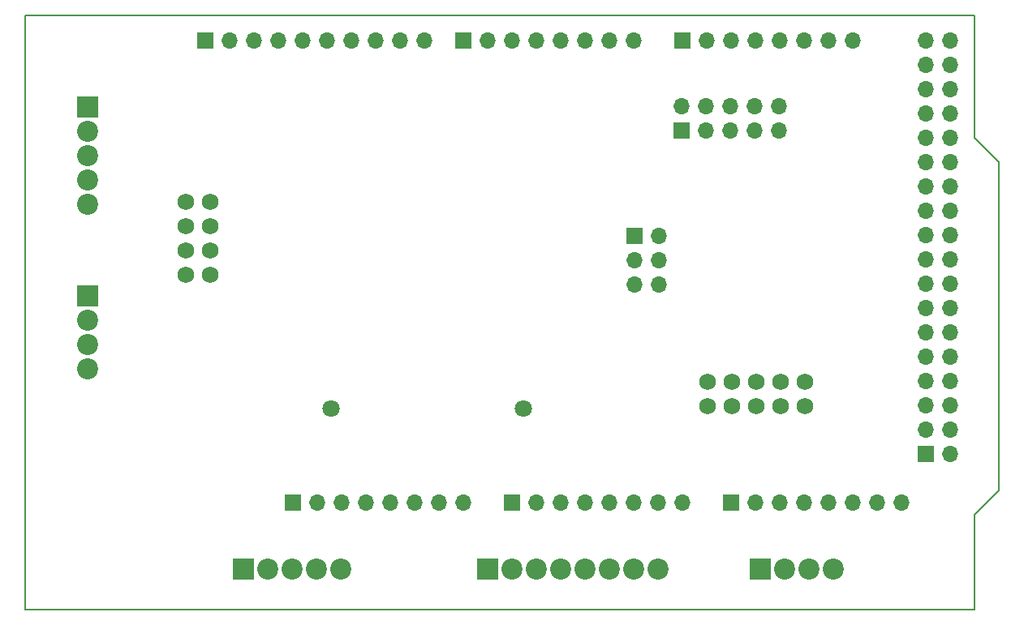
<source format=gbr>
%TF.GenerationSoftware,KiCad,Pcbnew,(5.1.6)-1*%
%TF.CreationDate,2021-10-14T14:48:08+02:00*%
%TF.ProjectId,DUE_Shield_v1,4455455f-5368-4696-956c-645f76312e6b,rev?*%
%TF.SameCoordinates,PX6296c50PY7c37510*%
%TF.FileFunction,Soldermask,Bot*%
%TF.FilePolarity,Negative*%
%FSLAX46Y46*%
G04 Gerber Fmt 4.6, Leading zero omitted, Abs format (unit mm)*
G04 Created by KiCad (PCBNEW (5.1.6)-1) date 2021-10-14 14:48:08*
%MOMM*%
%LPD*%
G01*
G04 APERTURE LIST*
%TA.AperFunction,Profile*%
%ADD10C,0.150000*%
%TD*%
%ADD11C,1.800000*%
%ADD12O,1.700000X1.700000*%
%ADD13R,1.700000X1.700000*%
%ADD14C,2.200000*%
%ADD15R,2.200000X2.200000*%
%ADD16C,1.750000*%
G04 APERTURE END LIST*
D10*
X99060000Y9854000D02*
X99060000Y0D01*
X101600000Y12394000D02*
X99060000Y9854000D01*
X99060000Y49224000D02*
X101600000Y46684000D01*
X99060000Y0D02*
X0Y0D01*
X101600000Y46684000D02*
X101600000Y12394000D01*
X99060000Y62000000D02*
X99060000Y49224000D01*
X0Y62000000D02*
X99060000Y62000000D01*
X0Y0D02*
X0Y62000000D01*
D11*
X51950000Y21000000D03*
X31950000Y21000000D03*
D12*
X78660000Y52540000D03*
X78660000Y50000000D03*
X76120000Y52540000D03*
X76120000Y50000000D03*
X73580000Y52540000D03*
X73580000Y50000000D03*
X71040000Y52540000D03*
X71040000Y50000000D03*
X68500000Y52540000D03*
D13*
X68500000Y50000000D03*
D14*
X66030000Y4250000D03*
X63490000Y4250000D03*
X60950000Y4250000D03*
X58410000Y4250000D03*
X55870000Y4250000D03*
X53330000Y4250000D03*
X50790000Y4250000D03*
D15*
X48250000Y4250000D03*
D16*
X16730000Y42560000D03*
X16730000Y40020000D03*
X16730000Y37480000D03*
X16730000Y34940000D03*
X19270000Y34940000D03*
X19270000Y37480000D03*
X19270000Y40020000D03*
X19270000Y42560000D03*
D14*
X6500000Y42340000D03*
X6500000Y44880000D03*
X6500000Y47420000D03*
X6500000Y49960000D03*
D15*
X6500000Y52500000D03*
D14*
X32910000Y4250000D03*
X30370000Y4250000D03*
X27830000Y4250000D03*
X25290000Y4250000D03*
D15*
X22750000Y4250000D03*
D14*
X84370000Y4250000D03*
X81830000Y4250000D03*
X79290000Y4250000D03*
D15*
X76750000Y4250000D03*
D14*
X6500000Y25130000D03*
X6500000Y27670000D03*
X6500000Y30210000D03*
D15*
X6500000Y32750000D03*
D16*
X71170000Y21230000D03*
X73710000Y21230000D03*
X76250000Y21230000D03*
X78790000Y21230000D03*
X81330000Y21230000D03*
X81330000Y23770000D03*
X78790000Y23770000D03*
X76250000Y23770000D03*
X73710000Y23770000D03*
X71170000Y23770000D03*
D12*
X63500000Y59384000D03*
X60960000Y59384000D03*
X58420000Y59384000D03*
X55880000Y59384000D03*
X53340000Y59384000D03*
X50800000Y59384000D03*
X48260000Y59384000D03*
D13*
X45720000Y59384000D03*
D12*
X41656000Y59384000D03*
X39116000Y59384000D03*
X36576000Y59384000D03*
X34036000Y59384000D03*
X31496000Y59384000D03*
X28956000Y59384000D03*
X26416000Y59384000D03*
X23876000Y59384000D03*
X21336000Y59384000D03*
D13*
X18796000Y59384000D03*
D12*
X91440000Y11124000D03*
X88900000Y11124000D03*
X86360000Y11124000D03*
X83820000Y11124000D03*
X81280000Y11124000D03*
X78740000Y11124000D03*
X76200000Y11124000D03*
D13*
X73660000Y11124000D03*
D12*
X68580000Y11124000D03*
X66040000Y11124000D03*
X63500000Y11124000D03*
X60960000Y11124000D03*
X58420000Y11124000D03*
X55880000Y11124000D03*
X53340000Y11124000D03*
D13*
X50800000Y11124000D03*
D12*
X45720000Y11124000D03*
X43180000Y11124000D03*
X40640000Y11124000D03*
X38100000Y11124000D03*
X35560000Y11124000D03*
X33020000Y11124000D03*
X30480000Y11124000D03*
D13*
X27940000Y11124000D03*
D12*
X96520000Y59384000D03*
X93980000Y59384000D03*
X96520000Y56844000D03*
X93980000Y56844000D03*
X96520000Y54304000D03*
X93980000Y54304000D03*
X96520000Y51764000D03*
X93980000Y51764000D03*
X96520000Y49224000D03*
X93980000Y49224000D03*
X96520000Y46684000D03*
X93980000Y46684000D03*
X96520000Y44144000D03*
X93980000Y44144000D03*
X96520000Y41604000D03*
X93980000Y41604000D03*
X96520000Y39064000D03*
X93980000Y39064000D03*
X96520000Y36524000D03*
X93980000Y36524000D03*
X96520000Y33984000D03*
X93980000Y33984000D03*
X96520000Y31444000D03*
X93980000Y31444000D03*
X96520000Y28904000D03*
X93980000Y28904000D03*
X96520000Y26364000D03*
X93980000Y26364000D03*
X96520000Y23824000D03*
X93980000Y23824000D03*
X96520000Y21284000D03*
X93980000Y21284000D03*
X96520000Y18744000D03*
X93980000Y18744000D03*
X96520000Y16204000D03*
D13*
X93980000Y16204000D03*
D12*
X66162000Y33920000D03*
X63622000Y33920000D03*
X66162000Y36460000D03*
X63622000Y36460000D03*
X66162000Y39000000D03*
D13*
X63622000Y39000000D03*
D12*
X86360000Y59384000D03*
X83820000Y59384000D03*
X81280000Y59384000D03*
X78740000Y59384000D03*
X76200000Y59384000D03*
X73660000Y59384000D03*
X71120000Y59384000D03*
D13*
X68580000Y59384000D03*
M02*

</source>
